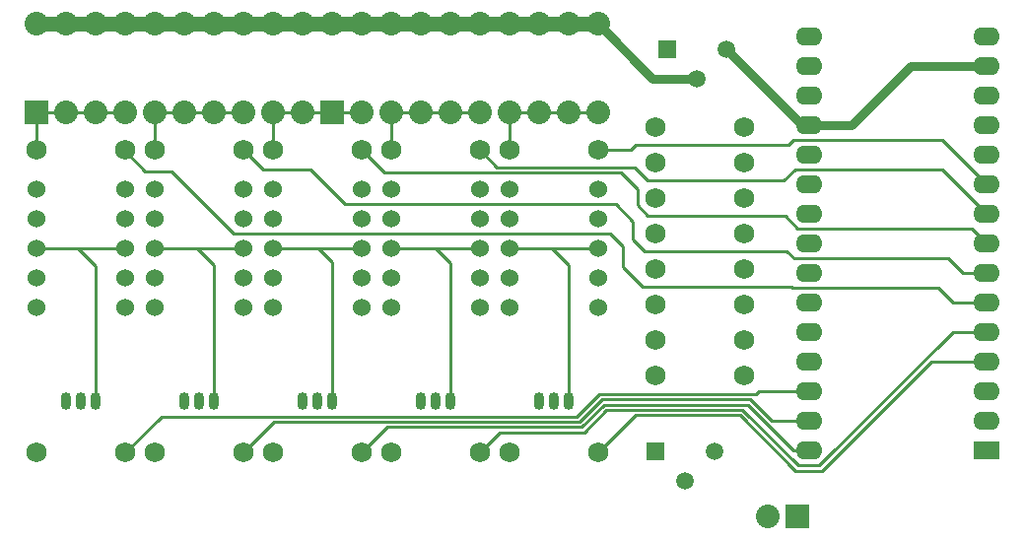
<source format=gbr>
G04 #@! TF.FileFunction,Copper,L2,Bot,Signal*
%FSLAX46Y46*%
G04 Gerber Fmt 4.6, Leading zero omitted, Abs format (unit mm)*
G04 Created by KiCad (PCBNEW 4.0.4+e1-6308~48~ubuntu15.10.1-stable) date Thu Dec  8 14:38:08 2016*
%MOMM*%
%LPD*%
G01*
G04 APERTURE LIST*
%ADD10C,0.100000*%
%ADD11O,0.899160X1.501140*%
%ADD12C,1.510000*%
%ADD13R,1.510000X1.510000*%
%ADD14R,2.286000X1.574800*%
%ADD15O,2.286000X1.574800*%
%ADD16C,1.524000*%
%ADD17R,2.032000X2.032000*%
%ADD18O,2.032000X2.032000*%
%ADD19C,2.032000*%
%ADD20C,1.727200*%
%ADD21C,0.254000*%
%ADD22C,0.762000*%
%ADD23C,1.270000*%
G04 APERTURE END LIST*
D10*
D11*
X131445000Y-87630000D03*
X132715000Y-87630000D03*
X130175000Y-87630000D03*
D12*
X145288000Y-91948000D03*
D13*
X140208000Y-91948000D03*
D12*
X142748000Y-94488000D03*
D14*
X168605200Y-91846400D03*
D15*
X168605200Y-89306400D03*
X168605200Y-86766400D03*
X168605200Y-84226400D03*
X168605200Y-81686400D03*
X168605200Y-79146400D03*
X168605200Y-76606400D03*
X168605200Y-74066400D03*
X168605200Y-71526400D03*
X168605200Y-68986400D03*
X168605200Y-66446400D03*
X168605200Y-63906400D03*
X168605200Y-61366400D03*
X168605200Y-58826400D03*
X168605200Y-56286400D03*
X153365200Y-56286400D03*
X153365200Y-58826400D03*
X153365200Y-61366400D03*
X153365200Y-63906400D03*
X153365200Y-66446400D03*
X153365200Y-68986400D03*
X153365200Y-71526400D03*
X153365200Y-74066400D03*
X153365200Y-76606400D03*
X153365200Y-79146400D03*
X153365200Y-81686400D03*
X153365200Y-84226400D03*
X153365200Y-86766400D03*
X153365200Y-89306400D03*
X153365200Y-91846400D03*
D11*
X90805000Y-87630000D03*
X92075000Y-87630000D03*
X89535000Y-87630000D03*
X100965000Y-87630000D03*
X102235000Y-87630000D03*
X99695000Y-87630000D03*
X111125000Y-87630000D03*
X112395000Y-87630000D03*
X109855000Y-87630000D03*
X121285000Y-87630000D03*
X122555000Y-87630000D03*
X120015000Y-87630000D03*
D16*
X107315000Y-69457000D03*
X114935000Y-69457000D03*
X107315000Y-71997000D03*
X114935000Y-71997000D03*
X107315000Y-74537000D03*
X114935000Y-74537000D03*
X107315000Y-77077000D03*
X114935000Y-77077000D03*
X107315000Y-79617000D03*
X114935000Y-79617000D03*
X127635000Y-69457000D03*
X135255000Y-69457000D03*
X127635000Y-71997000D03*
X135255000Y-71997000D03*
X127635000Y-74537000D03*
X135255000Y-74537000D03*
X127635000Y-77077000D03*
X135255000Y-77077000D03*
X127635000Y-79617000D03*
X135255000Y-79617000D03*
X117475000Y-69457000D03*
X125095000Y-69457000D03*
X117475000Y-71997000D03*
X125095000Y-71997000D03*
X117475000Y-74537000D03*
X125095000Y-74537000D03*
X117475000Y-77077000D03*
X125095000Y-77077000D03*
X117475000Y-79617000D03*
X125095000Y-79617000D03*
X97155000Y-69457000D03*
X104775000Y-69457000D03*
X97155000Y-71997000D03*
X104775000Y-71997000D03*
X97155000Y-74537000D03*
X104775000Y-74537000D03*
X97155000Y-77077000D03*
X104775000Y-77077000D03*
X97155000Y-79617000D03*
X104775000Y-79617000D03*
X86995000Y-69457000D03*
X94615000Y-69457000D03*
X86995000Y-71997000D03*
X94615000Y-71997000D03*
X86995000Y-74537000D03*
X94615000Y-74537000D03*
X86995000Y-77077000D03*
X94615000Y-77077000D03*
X86995000Y-79617000D03*
X94615000Y-79617000D03*
D17*
X152400000Y-97536000D03*
D18*
X149860000Y-97536000D03*
D17*
X86995000Y-62865000D03*
D19*
X89535000Y-62865000D03*
X92075000Y-62865000D03*
X94615000Y-62865000D03*
X104775000Y-55245000D03*
X102235000Y-55245000D03*
X99695000Y-55245000D03*
X97155000Y-55245000D03*
X97155000Y-62865000D03*
X99695000Y-62865000D03*
X102235000Y-62865000D03*
X104775000Y-62865000D03*
X107315000Y-55245000D03*
X109855000Y-55245000D03*
X109855000Y-62865000D03*
X107315000Y-62865000D03*
X94615000Y-55245000D03*
X92075000Y-55245000D03*
X89535000Y-55245000D03*
X86995000Y-55245000D03*
D17*
X112395000Y-62865000D03*
D19*
X114935000Y-62865000D03*
X117475000Y-62865000D03*
X120015000Y-62865000D03*
X130175000Y-55245000D03*
X127635000Y-55245000D03*
X125095000Y-55245000D03*
X122555000Y-55245000D03*
X122555000Y-62865000D03*
X125095000Y-62865000D03*
X127635000Y-62865000D03*
X130175000Y-62865000D03*
X132715000Y-55245000D03*
X135255000Y-55245000D03*
X135255000Y-62865000D03*
X132715000Y-62865000D03*
X120015000Y-55245000D03*
X117475000Y-55245000D03*
X114935000Y-55245000D03*
X112395000Y-55245000D03*
D12*
X146304000Y-57404000D03*
D13*
X141224000Y-57404000D03*
D12*
X143764000Y-59944000D03*
D20*
X86995000Y-92075000D03*
X94615000Y-92075000D03*
X97155000Y-92075000D03*
X104775000Y-92075000D03*
X107315000Y-92075000D03*
X114935000Y-92075000D03*
X117475000Y-92075000D03*
X125095000Y-92075000D03*
X127635000Y-92075000D03*
X135255000Y-92075000D03*
X86995000Y-66040000D03*
X94615000Y-66040000D03*
X97155000Y-66040000D03*
X104775000Y-66040000D03*
X107315000Y-66040000D03*
X114935000Y-66040000D03*
X117475000Y-66040000D03*
X125095000Y-66040000D03*
X127635000Y-66040000D03*
X135255000Y-66040000D03*
X140208000Y-85420200D03*
X147828000Y-85420200D03*
X140208000Y-64084200D03*
X147828000Y-64084200D03*
X140208000Y-70180200D03*
X147828000Y-70180200D03*
X140208000Y-76276200D03*
X147828000Y-76276200D03*
X140208000Y-82372200D03*
X147828000Y-82372200D03*
X140208000Y-79324200D03*
X147828000Y-79324200D03*
X140208000Y-73228200D03*
X147828000Y-73228200D03*
X140208000Y-67132200D03*
X147828000Y-67132200D03*
D21*
X92075000Y-87630000D02*
X92075000Y-76073000D01*
X92075000Y-76073000D02*
X90539000Y-74537000D01*
X86995000Y-74537000D02*
X90539000Y-74537000D01*
X90539000Y-74537000D02*
X94615000Y-74537000D01*
X86995000Y-77077000D02*
X86995000Y-77089000D01*
X86995000Y-79617000D02*
X86995000Y-79629000D01*
X102235000Y-87630000D02*
X102235000Y-75946000D01*
X102235000Y-75946000D02*
X100826000Y-74537000D01*
X97155000Y-74537000D02*
X100826000Y-74537000D01*
X100826000Y-74537000D02*
X100711000Y-74537000D01*
X100711000Y-74537000D02*
X104775000Y-74537000D01*
X112395000Y-87630000D02*
X112395000Y-75692000D01*
X112395000Y-75692000D02*
X111240000Y-74537000D01*
X107315000Y-74537000D02*
X111240000Y-74537000D01*
X111240000Y-74537000D02*
X114935000Y-74537000D01*
X122555000Y-87630000D02*
X122555000Y-75819000D01*
X122555000Y-75819000D02*
X121273000Y-74537000D01*
X117475000Y-74537000D02*
X121273000Y-74537000D01*
X121273000Y-74537000D02*
X125095000Y-74537000D01*
X132715000Y-87630000D02*
X132715000Y-75946000D01*
X132715000Y-75946000D02*
X131306000Y-74537000D01*
X127635000Y-74537000D02*
X131306000Y-74537000D01*
X131306000Y-74537000D02*
X135255000Y-74537000D01*
X86995000Y-66040000D02*
X86995000Y-62865000D01*
X86995000Y-62865000D02*
X89535000Y-62865000D01*
X89535000Y-62865000D02*
X92075000Y-62865000D01*
X92075000Y-62865000D02*
X94615000Y-62865000D01*
D22*
X143764000Y-59944000D02*
X139954000Y-59944000D01*
X139954000Y-59944000D02*
X135255000Y-55245000D01*
D23*
X86995000Y-55245000D02*
X89535000Y-55245000D01*
X89535000Y-55245000D02*
X92075000Y-55245000D01*
X92075000Y-55245000D02*
X94615000Y-55245000D01*
X94615000Y-55245000D02*
X97155000Y-55245000D01*
X97155000Y-55245000D02*
X99695000Y-55245000D01*
X99695000Y-55245000D02*
X102235000Y-55245000D01*
X102235000Y-55245000D02*
X104775000Y-55245000D01*
X104775000Y-55245000D02*
X107315000Y-55245000D01*
X107315000Y-55245000D02*
X109855000Y-55245000D01*
X109855000Y-55245000D02*
X112395000Y-55245000D01*
X112395000Y-55245000D02*
X114935000Y-55245000D01*
X114935000Y-55245000D02*
X117475000Y-55245000D01*
X117475000Y-55245000D02*
X120015000Y-55245000D01*
X120015000Y-55245000D02*
X122555000Y-55245000D01*
X122555000Y-55245000D02*
X125095000Y-55245000D01*
X125095000Y-55245000D02*
X127635000Y-55245000D01*
X127635000Y-55245000D02*
X130175000Y-55245000D01*
X130175000Y-55245000D02*
X132715000Y-55245000D01*
X132715000Y-55245000D02*
X135255000Y-55245000D01*
D21*
X104775000Y-62865000D02*
X102235000Y-62865000D01*
X102235000Y-62865000D02*
X99695000Y-62865000D01*
X99695000Y-62865000D02*
X97155000Y-62865000D01*
X97155000Y-62865000D02*
X97155000Y-66040000D01*
X114935000Y-62865000D02*
X112395000Y-62865000D01*
X112395000Y-62865000D02*
X109855000Y-62865000D01*
X109855000Y-62865000D02*
X107315000Y-62865000D01*
X107315000Y-62865000D02*
X107315000Y-66040000D01*
X117475000Y-66040000D02*
X117475000Y-62865000D01*
X117475000Y-62865000D02*
X120015000Y-62865000D01*
X120015000Y-62865000D02*
X122555000Y-62865000D01*
X122555000Y-62865000D02*
X125095000Y-62865000D01*
X135255000Y-62865000D02*
X132715000Y-62865000D01*
X132715000Y-62865000D02*
X130175000Y-62865000D01*
X130175000Y-62865000D02*
X127635000Y-62865000D01*
X127635000Y-62865000D02*
X127635000Y-66040000D01*
X153365200Y-86766400D02*
X149047200Y-86766400D01*
X97739200Y-88950800D02*
X94615000Y-92075000D01*
X133451600Y-88950800D02*
X97739200Y-88950800D01*
X135382000Y-87020400D02*
X133451600Y-88950800D01*
X148793200Y-87020400D02*
X135382000Y-87020400D01*
X149047200Y-86766400D02*
X148793200Y-87020400D01*
X153365200Y-89306400D02*
X150164800Y-89306400D01*
X107442000Y-89408000D02*
X104775000Y-92075000D01*
X133654800Y-89408000D02*
X107442000Y-89408000D01*
X135585200Y-87477600D02*
X133654800Y-89408000D01*
X148336000Y-87477600D02*
X135585200Y-87477600D01*
X150164800Y-89306400D02*
X148336000Y-87477600D01*
X153365200Y-91846400D02*
X152044400Y-91846400D01*
X117144800Y-89865200D02*
X114935000Y-92075000D01*
X133858000Y-89865200D02*
X117144800Y-89865200D01*
X135788400Y-87934800D02*
X133858000Y-89865200D01*
X148132800Y-87934800D02*
X135788400Y-87934800D01*
X152044400Y-91846400D02*
X148132800Y-87934800D01*
X168605200Y-81686400D02*
X165760400Y-81686400D01*
X126850798Y-90319202D02*
X125095000Y-92075000D01*
X134064398Y-90319202D02*
X126850798Y-90319202D01*
X135991600Y-88392000D02*
X134064398Y-90319202D01*
X147675600Y-88392000D02*
X135991600Y-88392000D01*
X152450800Y-93167200D02*
X147675600Y-88392000D01*
X154279600Y-93167200D02*
X152450800Y-93167200D01*
X165760400Y-81686400D02*
X154279600Y-93167200D01*
X135255000Y-92075000D02*
X135255000Y-92071802D01*
X135255000Y-92071802D02*
X138480800Y-88846002D01*
X163880800Y-84226400D02*
X168605200Y-84226400D01*
X154482800Y-93624400D02*
X163880800Y-84226400D01*
X152247600Y-93624400D02*
X154482800Y-93624400D01*
X147469202Y-88846002D02*
X152247600Y-93624400D01*
X138480800Y-88846002D02*
X147469202Y-88846002D01*
X94615000Y-66040000D02*
X94615000Y-66116200D01*
X94615000Y-66116200D02*
X96367600Y-67868800D01*
X96367600Y-67868800D02*
X98602800Y-67868800D01*
X98602800Y-67868800D02*
X103987600Y-73253600D01*
X103987600Y-73253600D02*
X136296400Y-73253600D01*
X136296400Y-73253600D02*
X137414000Y-74371200D01*
X137414000Y-74371200D02*
X137414000Y-76149200D01*
X137414000Y-76149200D02*
X139090400Y-77825600D01*
X139090400Y-77825600D02*
X151892000Y-77825600D01*
X151892000Y-77825600D02*
X151942800Y-77876400D01*
X151942800Y-77876400D02*
X164490400Y-77876400D01*
X164490400Y-77876400D02*
X165760400Y-79146400D01*
X165760400Y-79146400D02*
X168605200Y-79146400D01*
X104775000Y-66040000D02*
X104775000Y-66065400D01*
X104775000Y-66065400D02*
X106476800Y-67767200D01*
X106476800Y-67767200D02*
X110591600Y-67767200D01*
X110591600Y-67767200D02*
X113538000Y-70713600D01*
X113538000Y-70713600D02*
X136804400Y-70713600D01*
X136804400Y-70713600D02*
X138277600Y-72186800D01*
X138277600Y-72186800D02*
X138277600Y-73710800D01*
X138277600Y-73710800D02*
X139293600Y-74726800D01*
X139293600Y-74726800D02*
X151485600Y-74726800D01*
X151485600Y-74726800D02*
X152095200Y-75336400D01*
X152095200Y-75336400D02*
X165354000Y-75336400D01*
X165354000Y-75336400D02*
X166624000Y-76606400D01*
X166624000Y-76606400D02*
X168605200Y-76606400D01*
X114935000Y-66040000D02*
X114935000Y-66065400D01*
X114935000Y-66065400D02*
X116890800Y-68021200D01*
X116890800Y-68021200D02*
X137210800Y-68021200D01*
X137210800Y-68021200D02*
X138633200Y-69443600D01*
X138633200Y-69443600D02*
X138633200Y-70815200D01*
X138633200Y-70815200D02*
X139547600Y-71729600D01*
X139547600Y-71729600D02*
X151333200Y-71729600D01*
X151333200Y-71729600D02*
X152400000Y-72796400D01*
X152400000Y-72796400D02*
X167335200Y-72796400D01*
X167335200Y-72796400D02*
X168605200Y-74066400D01*
X125095000Y-66040000D02*
X125095000Y-66065400D01*
X125095000Y-66065400D02*
X126593600Y-67564000D01*
X126593600Y-67564000D02*
X138430000Y-67564000D01*
X138430000Y-67564000D02*
X139547600Y-68681600D01*
X139547600Y-68681600D02*
X151231600Y-68681600D01*
X151231600Y-68681600D02*
X152196800Y-67716400D01*
X152196800Y-67716400D02*
X164795200Y-67716400D01*
X164795200Y-67716400D02*
X168605200Y-71526400D01*
X135255000Y-66040000D02*
X138074400Y-66040000D01*
X164795200Y-65176400D02*
X168605200Y-68986400D01*
X152044400Y-65176400D02*
X164795200Y-65176400D01*
X151638000Y-65582800D02*
X152044400Y-65176400D01*
X138531600Y-65582800D02*
X151638000Y-65582800D01*
X138074400Y-66040000D02*
X138531600Y-65582800D01*
D22*
X168605200Y-58826400D02*
X162153600Y-58826400D01*
X157073600Y-63906400D02*
X153365200Y-63906400D01*
X162153600Y-58826400D02*
X157073600Y-63906400D01*
X153365200Y-63906400D02*
X152806400Y-63906400D01*
X152806400Y-63906400D02*
X146304000Y-57404000D01*
M02*

</source>
